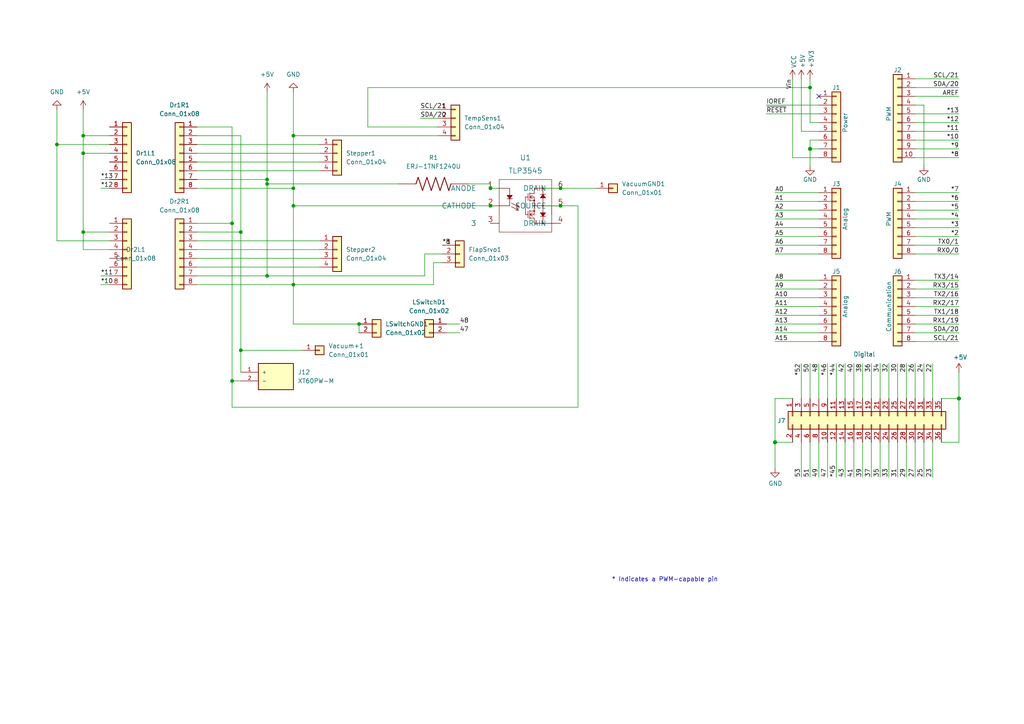
<source format=kicad_sch>
(kicad_sch (version 20211123) (generator eeschema)
  (paper "A4")
  (title_block (title "Life Detection Shield Mk.1") (date "mar. 31 mars 2015") (company "Designed by: Maxime Couture & Yadah Ngolo"))
  (lib_symbols
    (symbol "2023-02-05_19-50-21:TLP3545" (pin_names (offset 4.064))
      (property "Reference" "U" (at 0 0 0))
      (property "Value" "TLP3545" (at 0 0 0))
      (symbol "TLP3545_1_1"
        (polyline (pts (xy -2.54 -12.7) (xy 0 -12.7)))
        (polyline (pts (xy -2.54 -7.62) (xy 0 -7.62)))
        (polyline (pts (xy -2.54 -2.54) (xy 0 -2.54)))
        (polyline (pts (xy 0 -15.24) (xy 0 0)) (stroke (width 0.127)))
        (polyline (pts (xy 0 0) (xy 15.24 0)) (stroke (width 0.127)))
        (polyline (pts (xy 2.286 -5.588) (xy 3.81 -5.588)))
        (polyline (pts (xy 3.048 -7.62) (xy 0 -7.62)))
        (polyline (pts (xy 3.048 -5.588) (xy 3.048 -7.62)))
        (polyline (pts (xy 3.048 -4.572) (xy 3.048 -2.54)))
        (polyline (pts (xy 3.048 -2.54) (xy 0 -2.54)))
        (polyline (pts (xy 3.556 -7.874) (xy 5.588 -8.89)))
        (polyline (pts (xy 3.556 -6.858) (xy 5.588 -7.874)))
        (polyline (pts (xy 5.588 -8.89) (xy 4.826 -8.89)))
        (polyline (pts (xy 5.588 -8.89) (xy 5.08 -8.128)))
        (polyline (pts (xy 5.588 -7.874) (xy 4.826 -7.874)))
        (polyline (pts (xy 5.588 -7.874) (xy 5.08 -7.112)))
        (polyline (pts (xy 7.62 -10.16) (xy 8.382 -10.16)))
        (polyline (pts (xy 7.62 -5.08) (xy 7.62 -10.16)))
        (polyline (pts (xy 7.62 -5.08) (xy 8.382 -5.08)))
        (polyline (pts (xy 8.382 -9.144) (xy 8.382 -11.176)))
        (polyline (pts (xy 8.382 -4.064) (xy 8.382 -6.096)))
        (polyline (pts (xy 8.89 -11.176) (xy 10.16 -11.176)))
        (polyline (pts (xy 8.89 -10.16) (xy 9.652 -10.668)))
        (polyline (pts (xy 8.89 -10.16) (xy 9.652 -9.652)))
        (polyline (pts (xy 8.89 -10.16) (xy 10.16 -10.16)))
        (polyline (pts (xy 8.89 -9.144) (xy 10.16 -9.144)))
        (polyline (pts (xy 8.89 -8.89) (xy 8.89 -11.43)))
        (polyline (pts (xy 8.89 -6.096) (xy 10.16 -6.096)))
        (polyline (pts (xy 8.89 -5.08) (xy 9.652 -5.588)))
        (polyline (pts (xy 8.89 -5.08) (xy 9.652 -4.572)))
        (polyline (pts (xy 8.89 -5.08) (xy 10.16 -5.08)))
        (polyline (pts (xy 8.89 -4.064) (xy 10.16 -4.064)))
        (polyline (pts (xy 8.89 -3.81) (xy 8.89 -6.35)))
        (polyline (pts (xy 10.16 -12.7) (xy 12.446 -12.7)))
        (polyline (pts (xy 10.16 -11.176) (xy 10.16 -12.7)))
        (polyline (pts (xy 10.16 -7.62) (xy 15.24 -7.62)))
        (polyline (pts (xy 10.16 -5.08) (xy 10.16 -10.16)))
        (polyline (pts (xy 10.16 -4.064) (xy 10.16 -2.54)))
        (polyline (pts (xy 10.16 -2.54) (xy 12.7 -2.54)))
        (polyline (pts (xy 11.938 -10.668) (xy 13.462 -10.668)))
        (polyline (pts (xy 11.938 -4.318) (xy 13.462 -4.318)))
        (polyline (pts (xy 12.7 -12.7) (xy 15.24 -12.7)))
        (polyline (pts (xy 12.7 -10.668) (xy 12.7 -12.7)))
        (polyline (pts (xy 12.7 -7.62) (xy 12.7 -9.652)))
        (polyline (pts (xy 12.7 -5.334) (xy 12.7 -7.62)))
        (polyline (pts (xy 12.7 -2.54) (xy 12.7 -4.318)))
        (polyline (pts (xy 12.7 -2.54) (xy 15.24 -2.54)))
        (polyline (pts (xy 15.24 -15.24) (xy 0 -15.24)) (stroke (width 0.127)))
        (polyline (pts (xy 15.24 -10.16) (xy 15.24 -7.62)))
        (polyline (pts (xy 15.24 0) (xy 15.24 -15.24)) (stroke (width 0.127)))
        (polyline (pts (xy 17.78 -12.7) (xy 15.24 -12.7)))
        (polyline (pts (xy 17.78 -7.62) (xy 15.24 -7.62)))
        (polyline (pts (xy 17.78 -2.54) (xy 15.24 -2.54)))
        (polyline (pts (xy 2.286 -4.572) (xy 2.286 -4.572) (xy 3.81 -4.572) (xy 3.048 -5.588) (xy 2.286 -4.572) (xy 2.286 -4.572)) (fill (type outline)))
        (polyline (pts (xy 11.938 -9.652) (xy 11.938 -9.652) (xy 13.462 -9.652) (xy 12.7 -10.668) (xy 11.938 -9.652) (xy 11.938 -9.652)) (fill (type outline)))
        (polyline (pts (xy 13.462 -5.334) (xy 13.462 -5.334) (xy 11.938 -5.334) (xy 12.7 -4.318) (xy 13.462 -5.334) (xy 13.462 -5.334)) (fill (type outline)))
        (circle (center 10.16 -9.144) (radius 0.127) (stroke (width 0.254)))
        (circle (center 10.16 -7.62) (radius 0.127) (stroke (width 0.254)))
        (circle (center 10.16 -6.096) (radius 0.127) (stroke (width 0.254)))
        (circle (center 12.7 -12.7) (radius 0.127) (stroke (width 0.254)))
        (circle (center 12.7 -7.62) (radius 0.127) (stroke (width 0.254)))
        (circle (center 12.7 -2.54) (radius 0.127) (stroke (width 0.254)))
        (pin unspecified line (at -2.5146 -2.54 180) (length 0.0254) (name "ANODE") (number "1"))
        (pin unspecified line (at -2.5146 -7.62 180) (length 0.0254) (name "CATHODE") (number "2"))
        (pin unspecified line (at -2.5146 -12.7 180) (length 0.0254) (name "3") (number "3"))
        (pin unspecified line (at 17.8054 -12.7 180) (length 0.0254) (name "DRAIN") (number "4"))
        (pin unspecified line (at 17.8054 -7.62 180) (length 0.0254) (name "SOURCE") (number "5"))
        (pin unspecified line (at 17.8054 -2.54 180) (length 0.0254) (name "DRAIN") (number "6"))
      )
    )
    (symbol "Connector_Generic:Conn_01x01" (pin_names (offset 1.016) hide)
      (property "Reference" "J" (at 0 2.54 0))
      (property "Value" "Conn_01x01" (at 0 -2.54 0))
      (symbol "Conn_01x01_1_1"
        (rectangle (start -1.27 0.127) (end 0 -0.127) (stroke (width 0.1524)))
        (rectangle (start -1.27 1.27) (end 1.27 -1.27) (stroke (width 0.254)) (fill (type background)))
        (pin passive line (at -5.08 0 0) (length 3.81) (name "Pin_1") (number "1"))
      )
    )
    (symbol "Connector_Generic:Conn_01x02" (pin_names (offset 1.016) hide)
      (property "Reference" "J" (at 0 2.54 0))
      (property "Value" "Conn_01x02" (at 0 -5.08 0))
      (symbol "Conn_01x02_1_1"
        (rectangle (start -1.27 -2.413) (end 0 -2.667) (stroke (width 0.1524)))
        (rectangle (start -1.27 0.127) (end 0 -0.127) (stroke (width 0.1524)))
        (rectangle (start -1.27 1.27) (end 1.27 -3.81) (stroke (width 0.254)) (fill (type background)))
        (pin passive line (at -5.08 0 0) (length 3.81) (name "Pin_1") (number "1"))
        (pin passive line (at -5.08 -2.54 0) (length 3.81) (name "Pin_2") (number "2"))
      )
    )
    (symbol "Connector_Generic:Conn_01x03" (pin_names (offset 1.016) hide)
      (property "Reference" "J" (at 0 5.08 0))
      (property "Value" "Conn_01x03" (at 0 -5.08 0))
      (symbol "Conn_01x03_1_1"
        (rectangle (start -1.27 -2.413) (end 0 -2.667) (stroke (width 0.1524)))
        (rectangle (start -1.27 0.127) (end 0 -0.127) (stroke (width 0.1524)))
        (rectangle (start -1.27 2.667) (end 0 2.413) (stroke (width 0.1524)))
        (rectangle (start -1.27 3.81) (end 1.27 -3.81) (stroke (width 0.254)) (fill (type background)))
        (pin passive line (at -5.08 2.54 0) (length 3.81) (name "Pin_1") (number "1"))
        (pin passive line (at -5.08 0 0) (length 3.81) (name "Pin_2") (number "2"))
        (pin passive line (at -5.08 -2.54 0) (length 3.81) (name "Pin_3") (number "3"))
      )
    )
    (symbol "Connector_Generic:Conn_01x04" (pin_names (offset 1.016) hide)
      (property "Reference" "J" (at 0 5.08 0))
      (property "Value" "Conn_01x04" (at 0 -7.62 0))
      (symbol "Conn_01x04_1_1"
        (rectangle (start -1.27 -4.953) (end 0 -5.207) (stroke (width 0.1524)))
        (rectangle (start -1.27 -2.413) (end 0 -2.667) (stroke (width 0.1524)))
        (rectangle (start -1.27 0.127) (end 0 -0.127) (stroke (width 0.1524)))
        (rectangle (start -1.27 2.667) (end 0 2.413) (stroke (width 0.1524)))
        (rectangle (start -1.27 3.81) (end 1.27 -6.35) (stroke (width 0.254)) (fill (type background)))
        (pin passive line (at -5.08 2.54 0) (length 3.81) (name "Pin_1") (number "1"))
        (pin passive line (at -5.08 0 0) (length 3.81) (name "Pin_2") (number "2"))
        (pin passive line (at -5.08 -2.54 0) (length 3.81) (name "Pin_3") (number "3"))
        (pin passive line (at -5.08 -5.08 0) (length 3.81) (name "Pin_4") (number "4"))
      )
    )
    (symbol "Connector_Generic:Conn_01x08" (pin_names (offset 1.016) hide)
      (property "Reference" "J" (at 0 10.16 0))
      (property "Value" "Conn_01x08" (at 0 -12.7 0))
      (symbol "Conn_01x08_1_1"
        (rectangle (start -1.27 -10.033) (end 0 -10.287) (stroke (width 0.1524)))
        (rectangle (start -1.27 -7.493) (end 0 -7.747) (stroke (width 0.1524)))
        (rectangle (start -1.27 -4.953) (end 0 -5.207) (stroke (width 0.1524)))
        (rectangle (start -1.27 -2.413) (end 0 -2.667) (stroke (width 0.1524)))
        (rectangle (start -1.27 0.127) (end 0 -0.127) (stroke (width 0.1524)))
        (rectangle (start -1.27 2.667) (end 0 2.413) (stroke (width 0.1524)))
        (rectangle (start -1.27 5.207) (end 0 4.953) (stroke (width 0.1524)))
        (rectangle (start -1.27 7.747) (end 0 7.493) (stroke (width 0.1524)))
        (rectangle (start -1.27 8.89) (end 1.27 -11.43) (stroke (width 0.254)) (fill (type background)))
        (pin passive line (at -5.08 7.62 0) (length 3.81) (name "Pin_1") (number "1"))
        (pin passive line (at -5.08 5.08 0) (length 3.81) (name "Pin_2") (number "2"))
        (pin passive line (at -5.08 2.54 0) (length 3.81) (name "Pin_3") (number "3"))
        (pin passive line (at -5.08 0 0) (length 3.81) (name "Pin_4") (number "4"))
        (pin passive line (at -5.08 -2.54 0) (length 3.81) (name "Pin_5") (number "5"))
        (pin passive line (at -5.08 -5.08 0) (length 3.81) (name "Pin_6") (number "6"))
        (pin passive line (at -5.08 -7.62 0) (length 3.81) (name "Pin_7") (number "7"))
        (pin passive line (at -5.08 -10.16 0) (length 3.81) (name "Pin_8") (number "8"))
      )
    )
    (symbol "Connector_Generic:Conn_01x10" (pin_names (offset 1.016) hide)
      (property "Reference" "J" (at 0 12.7 0))
      (property "Value" "Conn_01x10" (at 0 -15.24 0))
      (symbol "Conn_01x10_1_1"
        (rectangle (start -1.27 -12.573) (end 0 -12.827) (stroke (width 0.1524)))
        (rectangle (start -1.27 -10.033) (end 0 -10.287) (stroke (width 0.1524)))
        (rectangle (start -1.27 -7.493) (end 0 -7.747) (stroke (width 0.1524)))
        (rectangle (start -1.27 -4.953) (end 0 -5.207) (stroke (width 0.1524)))
        (rectangle (start -1.27 -2.413) (end 0 -2.667) (stroke (width 0.1524)))
        (rectangle (start -1.27 0.127) (end 0 -0.127) (stroke (width 0.1524)))
        (rectangle (start -1.27 2.667) (end 0 2.413) (stroke (width 0.1524)))
        (rectangle (start -1.27 5.207) (end 0 4.953) (stroke (width 0.1524)))
        (rectangle (start -1.27 7.747) (end 0 7.493) (stroke (width 0.1524)))
        (rectangle (start -1.27 10.287) (end 0 10.033) (stroke (width 0.1524)))
        (rectangle (start -1.27 11.43) (end 1.27 -13.97) (stroke (width 0.254)) (fill (type background)))
        (pin passive line (at -5.08 10.16 0) (length 3.81) (name "Pin_1") (number "1"))
        (pin passive line (at -5.08 -12.7 0) (length 3.81) (name "Pin_10") (number "10"))
        (pin passive line (at -5.08 7.62 0) (length 3.81) (name "Pin_2") (number "2"))
        (pin passive line (at -5.08 5.08 0) (length 3.81) (name "Pin_3") (number "3"))
        (pin passive line (at -5.08 2.54 0) (length 3.81) (name "Pin_4") (number "4"))
        (pin passive line (at -5.08 0 0) (length 3.81) (name "Pin_5") (number "5"))
        (pin passive line (at -5.08 -2.54 0) (length 3.81) (name "Pin_6") (number "6"))
        (pin passive line (at -5.08 -5.08 0) (length 3.81) (name "Pin_7") (number "7"))
        (pin passive line (at -5.08 -7.62 0) (length 3.81) (name "Pin_8") (number "8"))
        (pin passive line (at -5.08 -10.16 0) (length 3.81) (name "Pin_9") (number "9"))
      )
    )
    (symbol "Connector_Generic:Conn_02x18_Odd_Even" (pin_names (offset 1.016) hide)
      (property "Reference" "J" (at 1.27 22.86 0))
      (property "Value" "Conn_02x18_Odd_Even" (at 1.27 -25.4 0))
      (symbol "Conn_02x18_Odd_Even_1_1"
        (rectangle (start -1.27 -22.733) (end 0 -22.987) (stroke (width 0.1524)))
        (rectangle (start -1.27 -20.193) (end 0 -20.447) (stroke (width 0.1524)))
        (rectangle (start -1.27 -17.653) (end 0 -17.907) (stroke (width 0.1524)))
        (rectangle (start -1.27 -15.113) (end 0 -15.367) (stroke (width 0.1524)))
        (rectangle (start -1.27 -12.573) (end 0 -12.827) (stroke (width 0.1524)))
        (rectangle (start -1.27 -10.033) (end 0 -10.287) (stroke (width 0.1524)))
        (rectangle (start -1.27 -7.493) (end 0 -7.747) (stroke (width 0.1524)))
        (rectangle (start -1.27 -4.953) (end 0 -5.207) (stroke (width 0.1524)))
        (rectangle (start -1.27 -2.413) (end 0 -2.667) (stroke (width 0.1524)))
        (rectangle (start -1.27 0.127) (end 0 -0.127) (stroke (width 0.1524)))
        (rectangle (start -1.27 2.667) (end 0 2.413) (stroke (width 0.1524)))
        (rectangle (start -1.27 5.207) (end 0 4.953) (stroke (width 0.1524)))
        (rectangle (start -1.27 7.747) (end 0 7.493) (stroke (width 0.1524)))
        (rectangle (start -1.27 10.287) (end 0 10.033) (stroke (width 0.1524)))
        (rectangle (start -1.27 12.827) (end 0 12.573) (stroke (width 0.1524)))
        (rectangle (start -1.27 15.367) (end 0 15.113) (stroke (width 0.1524)))
        (rectangle (start -1.27 17.907) (end 0 17.653) (stroke (width 0.1524)))
        (rectangle (start -1.27 20.447) (end 0 20.193) (stroke (width 0.1524)))
        (rectangle (start -1.27 21.59) (end 3.81 -24.13) (stroke (width 0.254)) (fill (type background)))
        (rectangle (start 3.81 -22.733) (end 2.54 -22.987) (stroke (width 0.1524)))
        (rectangle (start 3.81 -20.193) (end 2.54 -20.447) (stroke (width 0.1524)))
        (rectangle (start 3.81 -17.653) (end 2.54 -17.907) (stroke (width 0.1524)))
        (rectangle (start 3.81 -15.113) (end 2.54 -15.367) (stroke (width 0.1524)))
        (rectangle (start 3.81 -12.573) (end 2.54 -12.827) (stroke (width 0.1524)))
        (rectangle (start 3.81 -10.033) (end 2.54 -10.287) (stroke (width 0.1524)))
        (rectangle (start 3.81 -7.493) (end 2.54 -7.747) (stroke (width 0.1524)))
        (rectangle (start 3.81 -4.953) (end 2.54 -5.207) (stroke (width 0.1524)))
        (rectangle (start 3.81 -2.413) (end 2.54 -2.667) (stroke (width 0.1524)))
        (rectangle (start 3.81 0.127) (end 2.54 -0.127) (stroke (width 0.1524)))
        (rectangle (start 3.81 2.667) (end 2.54 2.413) (stroke (width 0.1524)))
        (rectangle (start 3.81 5.207) (end 2.54 4.953) (stroke (width 0.1524)))
        (rectangle (start 3.81 7.747) (end 2.54 7.493) (stroke (width 0.1524)))
        (rectangle (start 3.81 10.287) (end 2.54 10.033) (stroke (width 0.1524)))
        (rectangle (start 3.81 12.827) (end 2.54 12.573) (stroke (width 0.1524)))
        (rectangle (start 3.81 15.367) (end 2.54 15.113) (stroke (width 0.1524)))
        (rectangle (start 3.81 17.907) (end 2.54 17.653) (stroke (width 0.1524)))
        (rectangle (start 3.81 20.447) (end 2.54 20.193) (stroke (width 0.1524)))
        (pin passive line (at -5.08 20.32 0) (length 3.81) (name "Pin_1") (number "1"))
        (pin passive line (at 7.62 10.16 180) (length 3.81) (name "Pin_10") (number "10"))
        (pin passive line (at -5.08 7.62 0) (length 3.81) (name "Pin_11") (number "11"))
        (pin passive line (at 7.62 7.62 180) (length 3.81) (name "Pin_12") (number "12"))
        (pin passive line (at -5.08 5.08 0) (length 3.81) (name "Pin_13") (number "13"))
        (pin passive line (at 7.62 5.08 180) (length 3.81) (name "Pin_14") (number "14"))
        (pin passive line (at -5.08 2.54 0) (length 3.81) (name "Pin_15") (number "15"))
        (pin passive line (at 7.62 2.54 180) (length 3.81) (name "Pin_16") (number "16"))
        (pin passive line (at -5.08 0 0) (length 3.81) (name "Pin_17") (number "17"))
        (pin passive line (at 7.62 0 180) (length 3.81) (name "Pin_18") (number "18"))
        (pin passive line (at -5.08 -2.54 0) (length 3.81) (name "Pin_19") (number "19"))
        (pin passive line (at 7.62 20.32 180) (length 3.81) (name "Pin_2") (number "2"))
        (pin passive line (at 7.62 -2.54 180) (length 3.81) (name "Pin_20") (number "20"))
        (pin passive line (at -5.08 -5.08 0) (length 3.81) (name "Pin_21") (number "21"))
        (pin passive line (at 7.62 -5.08 180) (length 3.81) (name "Pin_22") (number "22"))
        (pin passive line (at -5.08 -7.62 0) (length 3.81) (name "Pin_23") (number "23"))
        (pin passive line (at 7.62 -7.62 180) (length 3.81) (name "Pin_24") (number "24"))
        (pin passive line (at -5.08 -10.16 0) (length 3.81) (name "Pin_25") (number "25"))
        (pin passive line (at 7.62 -10.16 180) (length 3.81) (name "Pin_26") (number "26"))
        (pin passive line (at -5.08 -12.7 0) (length 3.81) (name "Pin_27") (number "27"))
        (pin passive line (at 7.62 -12.7 180) (length 3.81) (name "Pin_28") (number "28"))
        (pin passive line (at -5.08 -15.24 0) (length 3.81) (name "Pin_29") (number "29"))
        (pin passive line (at -5.08 17.78 0) (length 3.81) (name "Pin_3") (number "3"))
        (pin passive line (at 7.62 -15.24 180) (length 3.81) (name "Pin_30") (number "30"))
        (pin passive line (at -5.08 -17.78 0) (length 3.81) (name "Pin_31") (number "31"))
        (pin passive line (at 7.62 -17.78 180) (length 3.81) (name "Pin_32") (number "32"))
        (pin passive line (at -5.08 -20.32 0) (length 3.81) (name "Pin_33") (number "33"))
        (pin passive line (at 7.62 -20.32 180) (length 3.81) (name "Pin_34") (number "34"))
        (pin passive line (at -5.08 -22.86 0) (length 3.81) (name "Pin_35") (number "35"))
        (pin passive line (at 7.62 -22.86 180) (length 3.81) (name "Pin_36") (number "36"))
        (pin passive line (at 7.62 17.78 180) (length 3.81) (name "Pin_4") (number "4"))
        (pin passive line (at -5.08 15.24 0) (length 3.81) (name "Pin_5") (number "5"))
        (pin passive line (at 7.62 15.24 180) (length 3.81) (name "Pin_6") (number "6"))
        (pin passive line (at -5.08 12.7 0) (length 3.81) (name "Pin_7") (number "7"))
        (pin passive line (at 7.62 12.7 180) (length 3.81) (name "Pin_8") (number "8"))
        (pin passive line (at -5.08 10.16 0) (length 3.81) (name "Pin_9") (number "9"))
      )
    )
    (symbol "ERJ-1TNF1240U:ERJ-1TNF1240U" (pin_numbers hide) (pin_names (offset 1.016) hide)
      (property "Reference" "R" (at -7.62 2.54 0))
      (property "Value" "ERJ-1TNF1240U" (at -7.62 -5.08 0))
      (symbol "ERJ-1TNF1240U_0_0"
        (polyline (pts (xy -5.08 0) (xy -4.445 1.905)) (stroke (width 0.254)))
        (polyline (pts (xy -4.445 1.905) (xy -3.175 -1.905)) (stroke (width 0.254)))
        (polyline (pts (xy -3.175 -1.905) (xy -1.905 1.905)) (stroke (width 0.254)))
        (polyline (pts (xy -1.905 1.905) (xy -0.635 -1.905)) (stroke (width 0.254)))
        (polyline (pts (xy -0.635 -1.905) (xy 0.635 1.905)) (stroke (width 0.254)))
        (polyline (pts (xy 0.635 1.905) (xy 1.905 -1.905)) (stroke (width 0.254)))
        (polyline (pts (xy 1.905 -1.905) (xy 3.175 1.905)) (stroke (width 0.254)))
        (polyline (pts (xy 3.175 1.905) (xy 4.445 -1.905)) (stroke (width 0.254)))
        (polyline (pts (xy 4.445 -1.905) (xy 5.08 0)) (stroke (width 0.254)))
        (pin passive line (at -10.16 0 0) (length 5.08) (name "~") (number "1"))
        (pin passive line (at 10.16 0 180) (length 5.08) (name "~") (number "2"))
      )
    )
    (symbol "XT60PW-M:XT60PW-M" (pin_names (offset 1.016))
      (property "Reference" "J" (at -5.08 5.7234 0))
      (property "Value" "XT60PW-M" (at -5.08 -5.0923 0))
      (symbol "XT60PW-M_0_0"
        (rectangle (start -5.08 -2.54) (end 5.08 5.08) (stroke (width 0.254)) (fill (type background)))
        (pin passive line (at -10.16 2.54 0) (length 5.08) (name "+") (number "1"))
        (pin passive line (at -10.16 0 0) (length 5.08) (name "-") (number "2"))
      )
    )
    (symbol "power:+3V3" (power) (pin_names (offset 0))
      (property "Value" "+3V3" (at 0 3.556 0))
      (symbol "+3V3_0_1"
        (polyline (pts (xy -0.762 1.27) (xy 0 2.54)))
        (polyline (pts (xy 0 0) (xy 0 2.54)))
        (polyline (pts (xy 0 2.54) (xy 0.762 1.27)))
      )
      (symbol "+3V3_1_1"
        (pin power_in line (at 0 0 90) (length 0) hide (name "+3V3") (number "1"))
      )
    )
    (symbol "power:+5V" (power) (pin_names (offset 0))
      (property "Value" "+5V" (at 0 3.556 0))
      (symbol "+5V_0_1"
        (polyline (pts (xy -0.762 1.27) (xy 0 2.54)))
        (polyline (pts (xy 0 0) (xy 0 2.54)))
        (polyline (pts (xy 0 2.54) (xy 0.762 1.27)))
      )
      (symbol "+5V_1_1"
        (pin power_in line (at 0 0 90) (length 0) hide (name "+5V") (number "1"))
      )
    )
    (symbol "power:GND" (power) (pin_names (offset 0))
      (property "Value" "GND" (at 0 -3.81 0))
      (symbol "GND_0_1"
        (polyline (pts (xy 0 0) (xy 0 -1.27) (xy 1.27 -1.27) (xy 0 -2.54) (xy -1.27 -1.27) (xy 0 -1.27)))
      )
      (symbol "GND_1_1"
        (pin power_in line (at 0 0 270) (length 0) hide (name "GND") (number "1"))
      )
    )
    (symbol "power:VCC" (power) (pin_names (offset 0))
      (property "Value" "VCC" (at 0 3.81 0))
      (symbol "VCC_0_1"
        (polyline (pts (xy -0.762 1.27) (xy 0 2.54)))
        (polyline (pts (xy 0 0) (xy 0 2.54)))
        (polyline (pts (xy 0 2.54) (xy 0.762 1.27)))
      )
      (symbol "VCC_1_1"
        (pin power_in line (at 0 0 90) (length 0) hide (name "VCC") (number "1"))
      )
    )
  )
  (junction (at 67.31 110.49))
  (junction (at 85.09 82.55))
  (junction (at 162.5854 59.69))
  (junction (at 224.79 128.27) (diameter 1.016))
  (junction (at 24.13 44.45))
  (junction (at 77.47 52.07))
  (junction (at 24.13 39.37))
  (junction (at 234.95 43.18) (diameter 1.016))
  (junction (at 104.14 93.98))
  (junction (at 69.85 67.31))
  (junction (at 142.2654 54.61))
  (junction (at 85.09 54.61))
  (junction (at 162.5854 54.61))
  (junction (at 85.09 39.37))
  (junction (at 67.31 64.77))
  (junction (at 234.95 25.4))
  (junction (at 142.2654 59.69))
  (junction (at 77.47 53.34))
  (junction (at 77.47 80.01))
  (junction (at 16.51 41.91))
  (junction (at 85.09 59.69))
  (junction (at 24.13 67.31))
  (junction (at 69.85 101.6))
  (junction (at 278.13 115.57) (diameter 1.016))
  (no_connect (at 237.49 27.94))
  (wire (pts (xy 57.15 46.99) (xy 92.71 46.99)))
  (wire (pts (xy 265.43 73.66) (xy 278.13 73.66)))
  (wire (pts (xy 77.47 80.01) (xy 123.19 80.01)))
  (wire (pts (xy 167.64 59.69) (xy 167.64 118.11)))
  (wire (pts (xy 224.79 73.66) (xy 237.49 73.66)))
  (wire (pts (xy 265.43 40.64) (xy 278.13 40.64)))
  (wire (pts (xy 247.65 105.41) (xy 247.65 115.57)))
  (wire (pts (xy 31.75 44.45) (xy 24.13 44.45)))
  (wire (pts (xy 265.43 22.86) (xy 278.13 22.86)))
  (wire (pts (xy 250.19 105.41) (xy 250.19 115.57)))
  (wire (pts (xy 278.13 115.57) (xy 278.13 128.27)))
  (wire (pts (xy 229.87 115.57) (xy 224.79 115.57)))
  (wire (pts (xy 265.43 86.36) (xy 278.13 86.36)))
  (wire (pts (xy 234.95 40.64) (xy 234.95 43.18)))
  (wire (pts (xy 16.51 31.75) (xy 16.51 41.91)))
  (wire (pts (xy 57.15 49.53) (xy 92.71 49.53)))
  (wire (pts (xy 24.13 67.31) (xy 24.13 44.45)))
  (wire (pts (xy 252.73 128.27) (xy 252.73 138.43)))
  (wire (pts (xy 224.79 68.58) (xy 237.49 68.58)))
  (wire (pts (xy 257.81 105.41) (xy 257.81 115.57)))
  (wire (pts (xy 234.95 105.41) (xy 234.95 115.57)))
  (wire (pts (xy 270.51 105.41) (xy 270.51 115.57)))
  (wire (pts (xy 69.85 67.31) (xy 69.85 39.37)))
  (wire (pts (xy 57.15 44.45) (xy 92.71 44.45)))
  (wire (pts (xy 67.31 118.11) (xy 67.31 110.49)))
  (wire (pts (xy 234.95 43.18) (xy 234.95 48.26)))
  (wire (pts (xy 57.15 72.39) (xy 92.71 72.39)))
  (wire (pts (xy 265.43 128.27) (xy 265.43 138.43)))
  (wire (pts (xy 234.95 35.56) (xy 237.49 35.56)))
  (wire (pts (xy 245.11 105.41) (xy 245.11 115.57)))
  (wire (pts (xy 16.51 41.91) (xy 16.51 69.85)))
  (wire (pts (xy 85.09 59.69) (xy 142.2654 59.69)))
  (wire (pts (xy 232.41 38.1) (xy 237.49 38.1)))
  (wire (pts (xy 162.5854 59.69) (xy 167.64 59.69)))
  (wire (pts (xy 255.27 128.27) (xy 255.27 138.43)))
  (wire (pts (xy 129.54 93.98) (xy 133.35 93.98)))
  (wire (pts (xy 232.41 22.86) (xy 232.41 38.1)))
  (wire (pts (xy 224.79 99.06) (xy 237.49 99.06)))
  (wire (pts (xy 240.03 128.27) (xy 240.03 138.43)))
  (wire (pts (xy 262.89 128.27) (xy 262.89 138.43)))
  (wire (pts (xy 106.68 25.4) (xy 234.95 25.4)))
  (wire (pts (xy 265.43 33.02) (xy 278.13 33.02)))
  (wire (pts (xy 234.95 22.86) (xy 234.95 25.4)))
  (wire (pts (xy 265.43 55.88) (xy 278.13 55.88)))
  (wire (pts (xy 237.49 55.88) (xy 224.79 55.88)))
  (wire (pts (xy 121.92 34.29) (xy 127 34.29)))
  (wire (pts (xy 265.43 35.56) (xy 278.13 35.56)))
  (wire (pts (xy 237.49 96.52) (xy 224.79 96.52)))
  (wire (pts (xy 142.24 53.34) (xy 142.24 54.61)))
  (wire (pts (xy 265.43 58.42) (xy 278.13 58.42)))
  (wire (pts (xy 29.21 80.01) (xy 31.75 80.01)))
  (wire (pts (xy 77.47 52.07) (xy 77.47 53.34)))
  (wire (pts (xy 69.85 101.6) (xy 87.63 101.6)))
  (wire (pts (xy 265.43 93.98) (xy 278.13 93.98)))
  (wire (pts (xy 31.75 72.39) (xy 24.13 72.39)))
  (wire (pts (xy 142.24 54.61) (xy 142.2654 54.61)))
  (wire (pts (xy 67.31 64.77) (xy 67.31 36.83)))
  (wire (pts (xy 57.15 52.07) (xy 77.47 52.07)))
  (wire (pts (xy 255.27 105.41) (xy 255.27 115.57)))
  (wire (pts (xy 224.79 115.57) (xy 224.79 128.27)))
  (wire (pts (xy 142.2654 59.69) (xy 143.51 59.69)))
  (wire (pts (xy 157.48 54.61) (xy 162.5854 54.61)))
  (wire (pts (xy 24.13 39.37) (xy 31.75 39.37)))
  (wire (pts (xy 240.03 105.41) (xy 240.03 115.57)))
  (wire (pts (xy 229.87 128.27) (xy 224.79 128.27)))
  (wire (pts (xy 123.19 73.66) (xy 128.27 73.66)))
  (wire (pts (xy 85.09 59.69) (xy 85.09 82.55)))
  (wire (pts (xy 265.43 43.18) (xy 278.13 43.18)))
  (wire (pts (xy 262.89 105.41) (xy 262.89 115.57)))
  (wire (pts (xy 260.35 105.41) (xy 260.35 115.57)))
  (wire (pts (xy 242.57 128.27) (xy 242.57 138.43)))
  (wire (pts (xy 260.35 128.27) (xy 260.35 138.43)))
  (wire (pts (xy 237.49 128.27) (xy 237.49 138.43)))
  (wire (pts (xy 267.97 105.41) (xy 267.97 115.57)))
  (wire (pts (xy 85.09 54.61) (xy 85.09 59.69)))
  (wire (pts (xy 265.43 63.5) (xy 278.13 63.5)))
  (wire (pts (xy 157.48 59.69) (xy 162.5854 59.69)))
  (wire (pts (xy 247.65 128.27) (xy 247.65 138.43)))
  (wire (pts (xy 242.57 105.41) (xy 242.57 115.57)))
  (wire (pts (xy 222.25 30.48) (xy 237.49 30.48)))
  (wire (pts (xy 57.15 69.85) (xy 92.71 69.85)))
  (wire (pts (xy 69.85 101.6) (xy 69.85 67.31)))
  (wire (pts (xy 16.51 69.85) (xy 31.75 69.85)))
  (wire (pts (xy 57.15 77.47) (xy 92.71 77.47)))
  (wire (pts (xy 265.43 83.82) (xy 278.13 83.82)))
  (wire (pts (xy 278.13 107.95) (xy 278.13 115.57)))
  (wire (pts (xy 69.85 39.37) (xy 57.15 39.37)))
  (wire (pts (xy 24.13 31.75) (xy 24.13 39.37)))
  (wire (pts (xy 267.97 30.48) (xy 267.97 48.26)))
  (wire (pts (xy 57.15 74.93) (xy 92.71 74.93)))
  (wire (pts (xy 265.43 99.06) (xy 278.13 99.06)))
  (wire (pts (xy 265.43 27.94) (xy 278.13 27.94)))
  (wire (pts (xy 273.05 115.57) (xy 278.13 115.57)))
  (wire (pts (xy 265.43 91.44) (xy 278.13 91.44)))
  (wire (pts (xy 224.79 88.9) (xy 237.49 88.9)))
  (wire (pts (xy 24.13 72.39) (xy 24.13 67.31)))
  (wire (pts (xy 85.09 93.98) (xy 85.09 82.55)))
  (wire (pts (xy 234.95 25.4) (xy 234.95 35.56)))
  (wire (pts (xy 106.68 36.83) (xy 127 36.83)))
  (wire (pts (xy 237.49 60.96) (xy 224.79 60.96)))
  (wire (pts (xy 222.25 33.02) (xy 237.49 33.02)))
  (wire (pts (xy 265.43 81.28) (xy 278.13 81.28)))
  (wire (pts (xy 237.49 43.18) (xy 234.95 43.18)))
  (wire (pts (xy 85.09 26.67) (xy 85.09 39.37)))
  (wire (pts (xy 142.2654 54.61) (xy 144.78 54.61)))
  (wire (pts (xy 135.89 53.34) (xy 142.24 53.34)))
  (wire (pts (xy 85.09 82.55) (xy 57.15 82.55)))
  (wire (pts (xy 85.09 39.37) (xy 85.09 54.61)))
  (wire (pts (xy 29.21 52.07) (xy 31.75 52.07)))
  (wire (pts (xy 57.15 54.61) (xy 85.09 54.61)))
  (wire (pts (xy 237.49 45.72) (xy 229.87 45.72)))
  (wire (pts (xy 121.92 31.75) (xy 127 31.75)))
  (wire (pts (xy 232.41 105.41) (xy 232.41 115.57)))
  (wire (pts (xy 224.79 58.42) (xy 237.49 58.42)))
  (wire (pts (xy 77.47 26.67) (xy 77.47 52.07)))
  (wire (pts (xy 106.68 25.4) (xy 106.68 36.83)))
  (wire (pts (xy 57.15 64.77) (xy 67.31 64.77)))
  (wire (pts (xy 234.95 128.27) (xy 234.95 138.43)))
  (wire (pts (xy 57.15 41.91) (xy 92.71 41.91)))
  (wire (pts (xy 77.47 53.34) (xy 77.47 80.01)))
  (wire (pts (xy 257.81 128.27) (xy 257.81 138.43)))
  (wire (pts (xy 237.49 86.36) (xy 224.79 86.36)))
  (wire (pts (xy 69.85 107.95) (xy 69.85 101.6)))
  (wire (pts (xy 69.85 110.49) (xy 67.31 110.49)))
  (wire (pts (xy 232.41 128.27) (xy 232.41 138.43)))
  (wire (pts (xy 265.43 88.9) (xy 278.13 88.9)))
  (wire (pts (xy 265.43 30.48) (xy 267.97 30.48)))
  (wire (pts (xy 250.19 128.27) (xy 250.19 138.43)))
  (wire (pts (xy 67.31 36.83) (xy 57.15 36.83)))
  (wire (pts (xy 104.14 93.98) (xy 85.09 93.98)))
  (wire (pts (xy 237.49 40.64) (xy 234.95 40.64)))
  (wire (pts (xy 224.79 93.98) (xy 237.49 93.98)))
  (wire (pts (xy 129.54 96.52) (xy 133.35 96.52)))
  (wire (pts (xy 265.43 105.41) (xy 265.43 115.57)))
  (wire (pts (xy 265.43 38.1) (xy 278.13 38.1)))
  (wire (pts (xy 252.73 105.41) (xy 252.73 115.57)))
  (wire (pts (xy 162.5854 54.61) (xy 172.72 54.61)))
  (wire (pts (xy 224.79 83.82) (xy 237.49 83.82)))
  (wire (pts (xy 24.13 44.45) (xy 24.13 39.37)))
  (wire (pts (xy 123.19 80.01) (xy 123.19 73.66)))
  (wire (pts (xy 125.73 82.55) (xy 85.09 82.55)))
  (wire (pts (xy 125.73 76.2) (xy 125.73 82.55)))
  (wire (pts (xy 265.43 60.96) (xy 278.13 60.96)))
  (wire (pts (xy 128.27 76.2) (xy 125.73 76.2)))
  (wire (pts (xy 224.79 63.5) (xy 237.49 63.5)))
  (wire (pts (xy 237.49 105.41) (xy 237.49 115.57)))
  (wire (pts (xy 16.51 41.91) (xy 31.75 41.91)))
  (wire (pts (xy 77.47 53.34) (xy 115.57 53.34)))
  (wire (pts (xy 29.21 82.55) (xy 31.75 82.55)))
  (wire (pts (xy 85.09 39.37) (xy 127 39.37)))
  (wire (pts (xy 265.43 96.52) (xy 278.13 96.52)))
  (wire (pts (xy 278.13 128.27) (xy 273.05 128.27)))
  (wire (pts (xy 237.49 81.28) (xy 224.79 81.28)))
  (wire (pts (xy 167.64 118.11) (xy 67.31 118.11)))
  (wire (pts (xy 270.51 128.27) (xy 270.51 138.43)))
  (wire (pts (xy 104.14 93.98) (xy 104.14 96.52)))
  (wire (pts (xy 265.43 25.4) (xy 278.13 25.4)))
  (wire (pts (xy 267.97 128.27) (xy 267.97 138.43)))
  (wire (pts (xy 265.43 68.58) (xy 278.13 68.58)))
  (wire (pts (xy 29.21 54.61) (xy 31.75 54.61)))
  (wire (pts (xy 265.43 66.04) (xy 278.13 66.04)))
  (wire (pts (xy 245.11 128.27) (xy 245.11 138.43)))
  (wire (pts (xy 57.15 67.31) (xy 69.85 67.31)))
  (wire (pts (xy 67.31 110.49) (xy 67.31 64.77)))
  (wire (pts (xy 265.43 71.12) (xy 278.13 71.12)))
  (wire (pts (xy 237.49 91.44) (xy 224.79 91.44)))
  (wire (pts (xy 229.87 45.72) (xy 229.87 22.86)))
  (wire (pts (xy 224.79 128.27) (xy 224.79 135.89)))
  (wire (pts (xy 31.75 67.31) (xy 24.13 67.31)))
  (wire (pts (xy 77.47 80.01) (xy 57.15 80.01)))
  (wire (pts (xy 237.49 71.12) (xy 224.79 71.12)))
  (wire (pts (xy 237.49 66.04) (xy 224.79 66.04)))
  (wire (pts (xy 265.43 45.72) (xy 278.13 45.72)))
  (text "* Indicates a PWM-capable pin" (at 208.28 168.91 180) (effects (font (size 1.27 1.27)) (justify right bottom)))
  (label "A10" (at 224.79 86.36 0))
  (label "RX0{slash}0" (at 278.13 73.66 180))
  (label "A15" (at 224.79 99.06 0))
  (label "SCL{slash}21" (at 121.92 31.75 0))
  (label "A2" (at 224.79 60.96 0))
  (label "RX2{slash}17" (at 278.13 88.9 180))
  (label "*4" (at 278.13 63.5 180))
  (label "SDA{slash}20" (at 278.13 96.52 180))
  (label "26" (at 265.43 105.41 270))
  (label "31" (at 260.35 138.43 90))
  (label "22" (at 270.51 105.41 270))
  (label "33" (at 257.81 138.43 90))
  (label "36" (at 252.73 105.41 270))
  (label "*2" (at 278.13 68.58 180))
  (label "TX1{slash}18" (at 278.13 91.44 180))
  (label "*44" (at 242.57 105.41 270))
  (label "A3" (at 224.79 63.5 0))
  (label "47" (at 133.35 96.52 0))
  (label "*13" (at 278.13 33.02 180))
  (label "*52" (at 232.41 105.41 270))
  (label "*12" (at 278.13 35.56 180))
  (label "40" (at 247.65 105.41 270))
  (label "~{RESET}" (at 222.25 33.02 0))
  (label "*13" (at 29.21 52.07 0))
  (label "35" (at 255.27 138.43 90))
  (label "*10" (at 278.13 40.64 180))
  (label "28" (at 262.89 105.41 270))
  (label "23" (at 270.51 138.43 90))
  (label "29" (at 262.89 138.43 90))
  (label "A13" (at 224.79 93.98 0))
  (label "41" (at 247.65 138.43 90))
  (label "48" (at 133.35 93.98 0))
  (label "30" (at 260.35 105.41 270))
  (label "47" (at 240.03 138.43 90))
  (label "34" (at 255.27 105.41 270))
  (label "*11" (at 29.21 80.01 0))
  (label "*45" (at 242.57 138.43 90))
  (label "38" (at 250.19 105.41 270))
  (label "51" (at 234.95 138.43 90))
  (label "*7" (at 278.13 55.88 180))
  (label "SDA{slash}20" (at 278.13 25.4 180))
  (label "*8" (at 278.13 45.72 180))
  (label "A9" (at 224.79 83.82 0))
  (label "*11" (at 278.13 38.1 180))
  (label "*3" (at 278.13 66.04 180))
  (label "A6" (at 224.79 71.12 0))
  (label "*8" (at 128.27 71.12 0))
  (label "42" (at 245.11 105.41 270))
  (label "A1" (at 224.79 58.42 0))
  (label "53" (at 232.41 138.43 90))
  (label "TX0{slash}1" (at 278.13 71.12 180))
  (label "24" (at 267.97 105.41 270))
  (label "RX1{slash}19" (at 278.13 93.98 180))
  (label "A0" (at 224.79 55.88 0))
  (label "AREF" (at 278.13 27.94 180))
  (label "A14" (at 224.79 96.52 0))
  (label "39" (at 250.19 138.43 90))
  (label "A8" (at 224.79 81.28 0))
  (label "Vin" (at 229.87 22.86 270))
  (label "27" (at 265.43 138.43 90))
  (label "37" (at 252.73 138.43 90))
  (label "25" (at 267.97 138.43 90))
  (label "*10" (at 29.21 82.55 0))
  (label "*6" (at 278.13 58.42 180))
  (label "*46" (at 240.03 105.41 270))
  (label "SCL{slash}21" (at 278.13 22.86 180))
  (label "*12" (at 29.21 54.61 0))
  (label "*9" (at 278.13 43.18 180))
  (label "50" (at 234.95 105.41 270))
  (label "TX2{slash}16" (at 278.13 86.36 180))
  (label "SDA{slash}20" (at 121.92 34.29 0))
  (label "*5" (at 278.13 60.96 180))
  (label "IOREF" (at 222.25 30.48 0))
  (label "A7" (at 224.79 73.66 0))
  (label "A11" (at 224.79 88.9 0))
  (label "A4" (at 224.79 66.04 0))
  (label "49" (at 237.49 138.43 90))
  (label "A5" (at 224.79 68.58 0))
  (label "RX3{slash}15" (at 278.13 83.82 180))
  (label "TX3{slash}14" (at 278.13 81.28 180))
  (label "32" (at 257.81 105.41 270))
  (label "43" (at 245.11 138.43 90))
  (label "A12" (at 224.79 91.44 0))
  (label "SCL{slash}21" (at 278.13 99.06 180))
  (label "48" (at 237.49 105.41 270))
  (symbol (lib_id "Connector_Generic:Conn_01x08") (at 242.57 35.56 0) (unit 1)
    (property "Reference" "J1" (at 242.57 25.4 0))
    (property "Value" "Power" (at 245.11 35.56 90))
    (property "Footprint" "Connector_PinSocket_2.54mm:PinSocket_1x08_P2.54mm_Vertical" (effects hide))
  )
  (symbol (lib_id "power:+3V3") (at 234.95 22.86 0) (unit 1)
    (property "Reference" "#PWR03" (effects hide))
    (property "Value" "+3.3V" (at 235.331 19.812 90) (effects (justify left)))
  )
  (symbol (lib_id "power:+5V") (at 232.41 22.86 0) (unit 1)
    (property "Reference" "#PWR02" (effects hide))
    (property "Value" "+5V" (at 232.7656 19.812 90) (effects (justify left)))
  )
  (symbol (lib_id "power:GND") (at 234.95 48.26 0) (unit 1)
    (property "Reference" "#PWR04" (effects hide))
    (property "Value" "GND" (at 234.95 52.07 0))
  )
  (symbol (lib_id "Connector_Generic:Conn_01x10") (at 260.35 33.02 0) (mirror y) (unit 1)
    (property "Reference" "J2" (at 260.35 20.32 0))
    (property "Value" "PWM" (at 257.81 33.02 90))
    (property "Footprint" "Connector_PinSocket_2.54mm:PinSocket_1x10_P2.54mm_Vertical" (effects hide))
  )
  (symbol (lib_id "power:GND") (at 267.97 48.26 0) (unit 1)
    (property "Reference" "#PWR05" (effects hide))
    (property "Value" "GND" (at 267.97 52.07 0))
  )
  (symbol (lib_id "Connector_Generic:Conn_01x08") (at 242.57 63.5 0) (unit 1)
    (property "Reference" "J3" (at 242.57 53.34 0))
    (property "Value" "Analog" (at 245.11 63.5 90))
    (property "Footprint" "Connector_PinSocket_2.54mm:PinSocket_1x08_P2.54mm_Vertical" (effects hide))
  )
  (symbol (lib_id "Connector_Generic:Conn_01x08") (at 260.35 63.5 0) (mirror y) (unit 1)
    (property "Reference" "J4" (at 260.35 53.34 0))
    (property "Value" "PWM" (at 257.81 63.5 90))
    (property "Footprint" "Connector_PinSocket_2.54mm:PinSocket_1x08_P2.54mm_Vertical" (effects hide))
  )
  (symbol (lib_id "Connector_Generic:Conn_01x08") (at 242.57 88.9 0) (unit 1)
    (property "Reference" "J5" (at 242.57 78.74 0))
    (property "Value" "Analog" (at 245.11 88.9 90))
    (property "Footprint" "Connector_PinSocket_2.54mm:PinSocket_1x08_P2.54mm_Vertical" (effects hide))
  )
  (symbol (lib_id "Connector_Generic:Conn_01x08") (at 260.35 88.9 0) (mirror y) (unit 1)
    (property "Reference" "J6" (at 260.35 78.74 0))
    (property "Value" "Communication" (at 257.81 88.9 90))
    (property "Footprint" "Connector_PinSocket_2.54mm:PinSocket_1x08_P2.54mm_Vertical" (effects hide))
  )
  (symbol (lib_id "Connector_Generic:Conn_02x18_Odd_Even") (at 250.19 120.65 90) (mirror x) (unit 1)
    (property "Reference" "J7" (at 227.8379 122.0406 90) (effects (justify left)))
    (property "Value" "Digital" (at 250.698 102.743 90))
    (property "Footprint" "Connector_PinSocket_2.54mm:PinSocket_2x18_P2.54mm_Vertical" (effects hide))
  )
  (symbol (lib_id "power:GND") (at 224.79 135.89 0) (unit 1)
    (property "Reference" "#PWR07" (effects hide))
    (property "Value" "GND" (at 224.9043 140.2144 0))
  )
  (symbol (lib_id "power:+5V") (at 278.13 107.95 0) (unit 1)
    (property "Reference" "#PWR06" (effects hide))
    (property "Value" "+5V" (at 278.4983 103.6256 0))
  )
  (symbol (lib_id "Connector_Generic:Conn_01x03") (at 133.35 73.66 0) (unit 1)
    (property "Reference" "FlapSrvo1" (at 135.89 72.3899 0) (effects (justify left)))
    (property "Value" "Conn_01x03" (at 135.89 74.9299 0) (effects (justify left)))
    (property "Footprint" "Connector_PinSocket_2.54mm:PinSocket_1x03_P2.54mm_Vertical" (effects hide))
  )
  (symbol (lib_id "Connector_Generic:Conn_01x08") (at 36.83 44.45 0) (unit 1)
    (property "Reference" "Dr1L1" (at 39.37 44.4499 0) (effects (justify left)))
    (property "Value" "Conn_01x08" (at 39.37 46.9899 0) (effects (justify left)))
    (property "Footprint" "Connector_PinSocket_2.54mm:PinSocket_1x08_P2.54mm_Vertical" (effects hide))
  )
  (symbol (lib_id "Connector_Generic:Conn_01x08") (at 52.07 72.39 0) (mirror y) (unit 1)
    (property "Reference" "Dr2R1" (at 52.07 58.42 0))
    (property "Value" "Conn_01x08" (at 52.07 60.96 0))
    (property "Footprint" "Connector_PinSocket_2.54mm:PinSocket_1x08_P2.54mm_Vertical" (effects hide))
  )
  (symbol (lib_id "Connector_Generic:Conn_01x04") (at 97.79 44.45 0) (unit 1)
    (property "Reference" "Stepper1" (at 100.33 44.4499 0) (effects (justify left)))
    (property "Value" "Conn_01x04" (at 100.33 46.9899 0) (effects (justify left)))
    (property "Footprint" "Connector_PinSocket_2.54mm:PinSocket_1x04_P2.54mm_Vertical" (effects hide))
  )
  (symbol (lib_id "Connector_Generic:Conn_01x02") (at 109.22 93.98 0) (unit 1)
    (property "Reference" "LSwitchGND1" (at 111.76 93.9799 0) (effects (justify left)))
    (property "Value" "Conn_01x02" (at 111.76 96.5199 0) (effects (justify left)))
    (property "Footprint" "Connector_PinSocket_2.54mm:PinSocket_1x02_P2.54mm_Vertical" (effects hide))
  )
  (symbol (lib_id "Connector_Generic:Conn_01x01") (at 92.71 101.6 0) (unit 1)
    (property "Reference" "Vacuum+1" (at 95.25 100.3299 0) (effects (justify left)))
    (property "Value" "Conn_01x01" (at 95.25 102.8699 0) (effects (justify left)))
    (property "Footprint" "TestPoint:TestPoint_THTPad_D4.0mm_Drill2.0mm" (effects hide))
  )
  (symbol (lib_id "power:VCC") (at 229.87 22.86 0) (unit 1)
    (property "Reference" "#PWR01" (effects hide))
    (property "Value" "VCC" (at 230.251 19.812 90) (effects (justify left)))
  )
  (symbol (lib_id "Connector_Generic:Conn_01x08") (at 36.83 72.39 0) (unit 1)
    (property "Reference" "Dr2L1" (at 39.37 72.3899 0))
    (property "Value" "Conn_01x08" (at 39.37 74.9299 0))
    (property "Footprint" "Connector_PinSocket_2.54mm:PinSocket_1x08_P2.54mm_Vertical" (effects hide))
  )
  (symbol (lib_id "power:+5V") (at 24.13 31.75 0) (mirror y) (unit 1)
    (property "Reference" "#PWR0103" (effects hide))
    (property "Value" "+5V" (at 24.13 26.67 0))
  )
  (symbol (lib_id "Connector_Generic:Conn_01x02") (at 124.46 93.98 0) (mirror y) (unit 1)
    (property "Reference" "LSwitchD1" (at 124.46 87.63 0))
    (property "Value" "Conn_01x02" (at 124.46 90.17 0))
    (property "Footprint" "Connector_PinSocket_2.54mm:PinSocket_1x02_P2.54mm_Vertical" (effects hide))
  )
  (symbol (lib_id "Connector_Generic:Conn_01x04") (at 97.79 72.39 0) (unit 1)
    (property "Reference" "Stepper2" (at 100.33 72.3899 0) (effects (justify left)))
    (property "Value" "Conn_01x04" (at 100.33 74.9299 0) (effects (justify left)))
    (property "Footprint" "Connector_PinSocket_2.54mm:PinSocket_1x04_P2.54mm_Vertical" (effects hide))
  )
  (symbol (lib_id "ERJ-1TNF1240U:ERJ-1TNF1240U") (at 125.73 53.34 0) (unit 1)
    (property "Reference" "R1" (at 125.73 45.72 0))
    (property "Value" "ERJ-1TNF1240U" (at 125.73 48.26 0))
    (property "Footprint" "ERJ-1TNF1240U(2):RESC6432X70N" (effects hide))
  )
  (symbol (lib_id "2023-02-05_19-50-21:TLP3545") (at 144.78 52.07 0) (unit 1)
    (property "Reference" "U1" (at 152.4 45.72 0) (effects (font (size 1.524 1.524))))
    (property "Value" "TLP3545" (at 152.4 49.53 0) (effects (font (size 1.524 1.524))))
    (property "Footprint" "Package_DIP:DIP-6_W7.62mm" (effects hide))
  )
  (symbol (lib_id "power:+5V") (at 77.47 26.67 0) (unit 1)
    (property "Reference" "#PWR0101" (effects hide))
    (property "Value" "+5V" (at 77.47 21.59 0))
  )
  (symbol (lib_id "power:GND") (at 16.51 31.75 180) (unit 1)
    (property "Reference" "#PWR0104" (effects hide))
    (property "Value" "GND" (at 16.51 26.67 0))
  )
  (symbol (lib_id "Connector_Generic:Conn_01x04") (at 132.08 34.29 0) (unit 1)
    (property "Reference" "TempSens1" (at 134.62 34.2899 0) (effects (justify left)))
    (property "Value" "Conn_01x04" (at 134.62 36.8299 0) (effects (justify left)))
    (property "Footprint" "Connector_PinSocket_2.54mm:PinSocket_1x04_P2.54mm_Vertical" (effects hide))
  )
  (symbol (lib_id "Connector_Generic:Conn_01x08") (at 52.07 44.45 0) (mirror y) (unit 1)
    (property "Reference" "Dr1R1" (at 52.07 30.48 0))
    (property "Value" "Conn_01x08" (at 52.07 33.02 0))
    (property "Footprint" "Connector_PinSocket_2.54mm:PinSocket_1x08_P2.54mm_Vertical" (effects hide))
  )
  (symbol (lib_id "Connector_Generic:Conn_01x01") (at 177.8 54.61 0) (unit 1)
    (property "Reference" "VacuumGND1" (at 180.34 53.3399 0) (effects (justify left)))
    (property "Value" "Conn_01x01" (at 180.34 55.8799 0) (effects (justify left)))
    (property "Footprint" "TestPoint:TestPoint_THTPad_D4.0mm_Drill2.0mm" (effects hide))
  )
  (symbol (lib_id "power:GND") (at 85.09 26.67 0) (mirror x) (unit 1)
    (property "Reference" "#PWR0102" (effects hide))
    (property "Value" "GND" (at 85.09 21.59 0))
  )
  (symbol (lib_id "XT60PW-M:XT60PW-M") (at 80.01 110.49 0) (unit 1)
    (property "Reference" "J12" (at 86.36 107.9499 0) (effects (justify left)))
    (property "Value" "XT60PW-M" (at 86.36 110.4899 0) (effects (justify left)))
    (property "Footprint" "XT60PW-M:AMASS_XT60PW-M" (effects hide))
    (property "STANDARD" "Manufacturer recommendations" (effects hide))
    (property "PARTREV" "V1.2" (effects hide))
    (property "MANUFACTURER" "AMASS" (effects hide))
    (property "MAXIMUM_PACKAGE_HEIGHT" "8.4 mm" (effects hide))
  )
)
</source>
